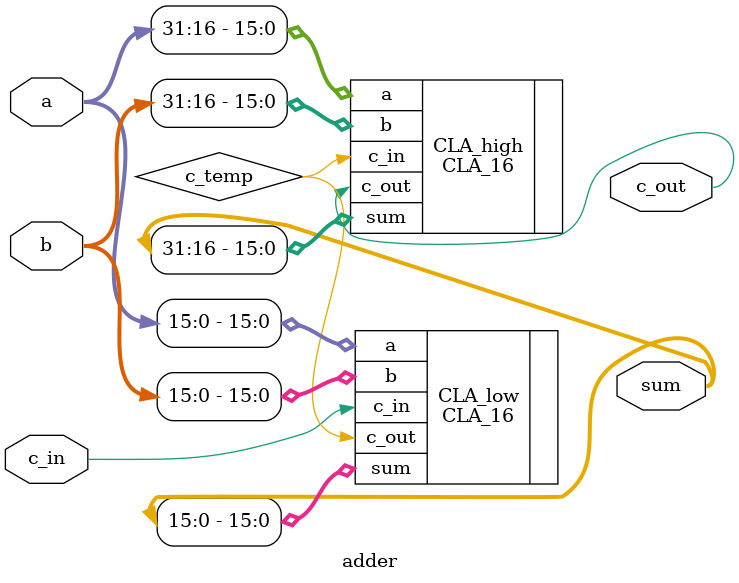
<source format=v>
module adder (input [31:0] a, input [31:0] b, input c_in, output [31:0] sum, output c_out);

    wire c_temp;

    CLA_16 CLA_low(
        .a(a[15:0]),
        .b(b[15:0]),
        .c_in(c_in),
        .sum(sum[15:0]),
        .c_out(c_temp)
    );
    
    CLA_16 CLA_high(
        .a(a[31:16]),
        .b(b[31:16]),
        .c_in(c_temp),
        .sum(sum[31:16]),
        .c_out(c_out)
    );
    

endmodule
</source>
